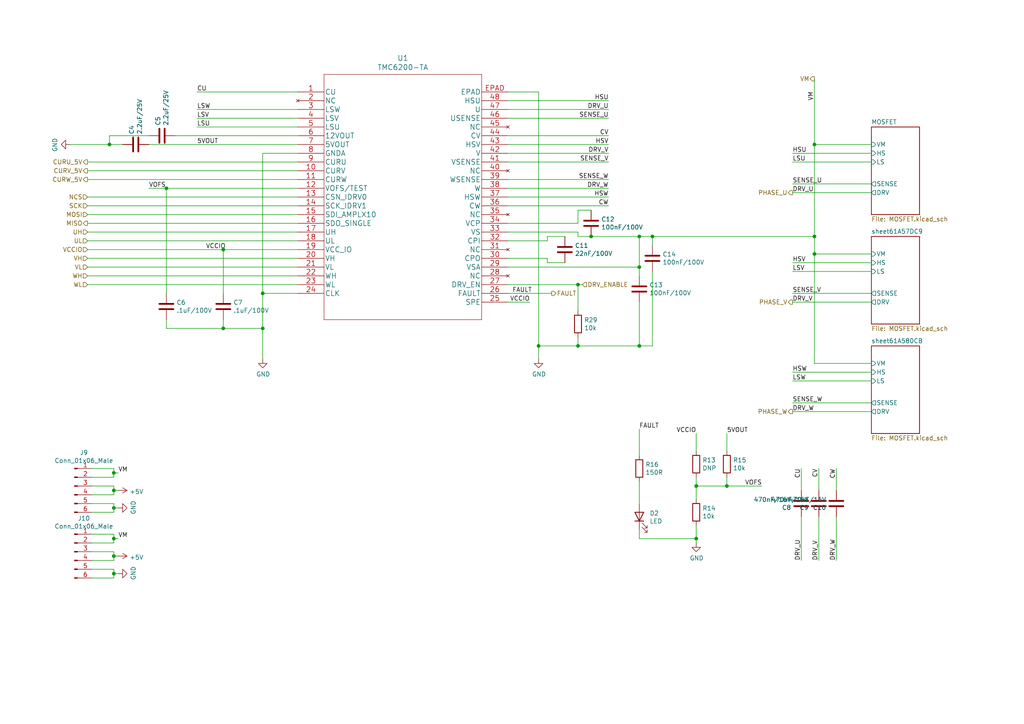
<source format=kicad_sch>
(kicad_sch (version 20211123) (generator eeschema)
  (paper "A4")
  (title_block (title "xESC BLDC Controller") (date "2021-12-01") (rev "2.0") (company "Clemens Elflein") (comment 1 "Creative Commons Attribution-NonCommercial-ShareAlike 4.0 International License.") (comment 2 "Licensed under "))
  (lib_symbols
    (symbol "2021-11-28_18-58-59:TMC6200-TA" (pin_names (offset 0.254))
      (property "Reference" "U" (at 30.48 10.16 0))
      (property "Value" "TMC6200-TA" (at 30.48 7.62 0))
      (symbol "TMC6200-TA_1_1"
        (polyline (pts (xy 7.62 -66.04) (xy 53.34 -66.04)) (stroke (width 0.127)))
        (polyline (pts (xy 7.62 5.08) (xy 7.62 -66.04)) (stroke (width 0.127)))
        (polyline (pts (xy 53.34 -66.04) (xy 53.34 5.08)) (stroke (width 0.127)))
        (polyline (pts (xy 53.34 5.08) (xy 7.62 5.08)) (stroke (width 0.127)))
        (pin unspecified line (at 0 0 0) (length 7.62) (name "CU") (number "1"))
        (pin output line (at 0 -22.86 0) (length 7.62) (name "CURV") (number "10"))
        (pin output line (at 0 -25.4 0) (length 7.62) (name "CURW") (number "11"))
        (pin input line (at 0 -27.94 0) (length 7.62) (name "VOFS/TEST") (number "12"))
        (pin input line (at 0 -30.48 0) (length 7.62) (name "CSN_IDRV0") (number "13"))
        (pin input line (at 0 -33.02 0) (length 7.62) (name "SCK_IDRV1") (number "14"))
        (pin input line (at 0 -35.56 0) (length 7.62) (name "SDI_AMPLX10") (number "15"))
        (pin bidirectional line (at 0 -38.1 0) (length 7.62) (name "SDO_SINGLE") (number "16"))
        (pin input line (at 0 -40.64 0) (length 7.62) (name "UH") (number "17"))
        (pin input line (at 0 -43.18 0) (length 7.62) (name "UL") (number "18"))
        (pin power_in line (at 0 -45.72 0) (length 7.62) (name "VCC_IO") (number "19"))
        (pin no_connect line (at 0 -2.54 0) (length 7.62) (name "NC") (number "2"))
        (pin input line (at 0 -48.26 0) (length 7.62) (name "VH") (number "20"))
        (pin input line (at 0 -50.8 0) (length 7.62) (name "VL") (number "21"))
        (pin input line (at 0 -53.34 0) (length 7.62) (name "WH") (number "22"))
        (pin input line (at 0 -55.88 0) (length 7.62) (name "WL") (number "23"))
        (pin input line (at 0 -58.42 0) (length 7.62) (name "CLK") (number "24"))
        (pin input line (at 60.96 -60.96 180) (length 7.62) (name "SPE") (number "25"))
        (pin output line (at 60.96 -58.42 180) (length 7.62) (name "FAULT") (number "26"))
        (pin input line (at 60.96 -55.88 180) (length 7.62) (name "DRV_EN") (number "27"))
        (pin no_connect line (at 60.96 -53.34 180) (length 7.62) (name "NC") (number "28"))
        (pin power_in line (at 60.96 -50.8 180) (length 7.62) (name "VSA") (number "29"))
        (pin output line (at 0 -5.08 0) (length 7.62) (name "LSW") (number "3"))
        (pin output line (at 60.96 -48.26 180) (length 7.62) (name "CPO") (number "30"))
        (pin no_connect line (at 60.96 -45.72 180) (length 7.62) (name "NC") (number "31"))
        (pin input line (at 60.96 -43.18 180) (length 7.62) (name "CPI") (number "32"))
        (pin power_in line (at 60.96 -40.64 180) (length 7.62) (name "VS") (number "33"))
        (pin unspecified line (at 60.96 -38.1 180) (length 7.62) (name "VCP") (number "34"))
        (pin no_connect line (at 60.96 -35.56 180) (length 7.62) (name "NC") (number "35"))
        (pin unspecified line (at 60.96 -33.02 180) (length 7.62) (name "CW") (number "36"))
        (pin output line (at 60.96 -30.48 180) (length 7.62) (name "HSW") (number "37"))
        (pin unspecified line (at 60.96 -27.94 180) (length 7.62) (name "W") (number "38"))
        (pin unspecified line (at 60.96 -25.4 180) (length 7.62) (name "WSENSE") (number "39"))
        (pin output line (at 0 -7.62 0) (length 7.62) (name "LSV") (number "4"))
        (pin no_connect line (at 60.96 -22.86 180) (length 7.62) (name "NC") (number "40"))
        (pin unspecified line (at 60.96 -20.32 180) (length 7.62) (name "VSENSE") (number "41"))
        (pin unspecified line (at 60.96 -17.78 180) (length 7.62) (name "V") (number "42"))
        (pin output line (at 60.96 -15.24 180) (length 7.62) (name "HSV") (number "43"))
        (pin unspecified line (at 60.96 -12.7 180) (length 7.62) (name "CV") (number "44"))
        (pin no_connect line (at 60.96 -10.16 180) (length 7.62) (name "NC") (number "45"))
        (pin unspecified line (at 60.96 -7.62 180) (length 7.62) (name "USENSE") (number "46"))
        (pin unspecified line (at 60.96 -5.08 180) (length 7.62) (name "U") (number "47"))
        (pin output line (at 60.96 -2.54 180) (length 7.62) (name "HSU") (number "48"))
        (pin output line (at 0 -10.16 0) (length 7.62) (name "LSU") (number "5"))
        (pin output line (at 0 -12.7 0) (length 7.62) (name "12VOUT") (number "6"))
        (pin output line (at 0 -15.24 0) (length 7.62) (name "5VOUT") (number "7"))
        (pin power_in line (at 0 -17.78 0) (length 7.62) (name "GNDA") (number "8"))
        (pin output line (at 0 -20.32 0) (length 7.62) (name "CURU") (number "9"))
        (pin unspecified line (at 60.96 0 180) (length 7.62) (name "EPAD") (number "EPAD"))
      )
    )
    (symbol "Connector:Conn_01x06_Male" (pin_names (offset 1.016) hide)
      (property "Reference" "J" (at 0 7.62 0))
      (property "Value" "Conn_01x06_Male" (at 0 -10.16 0))
      (symbol "Conn_01x06_Male_1_1"
        (polyline (pts (xy 1.27 -7.62) (xy 0.8636 -7.62)) (stroke (width 0.1524)))
        (polyline (pts (xy 1.27 -5.08) (xy 0.8636 -5.08)) (stroke (width 0.1524)))
        (polyline (pts (xy 1.27 -2.54) (xy 0.8636 -2.54)) (stroke (width 0.1524)))
        (polyline (pts (xy 1.27 0) (xy 0.8636 0)) (stroke (width 0.1524)))
        (polyline (pts (xy 1.27 2.54) (xy 0.8636 2.54)) (stroke (width 0.1524)))
        (polyline (pts (xy 1.27 5.08) (xy 0.8636 5.08)) (stroke (width 0.1524)))
        (rectangle (start 0.8636 -7.493) (end 0 -7.747) (stroke (width 0.1524)) (fill (type outline)))
        (rectangle (start 0.8636 -4.953) (end 0 -5.207) (stroke (width 0.1524)) (fill (type outline)))
        (rectangle (start 0.8636 -2.413) (end 0 -2.667) (stroke (width 0.1524)) (fill (type outline)))
        (rectangle (start 0.8636 0.127) (end 0 -0.127) (stroke (width 0.1524)) (fill (type outline)))
        (rectangle (start 0.8636 2.667) (end 0 2.413) (stroke (width 0.1524)) (fill (type outline)))
        (rectangle (start 0.8636 5.207) (end 0 4.953) (stroke (width 0.1524)) (fill (type outline)))
        (pin passive line (at 5.08 5.08 180) (length 3.81) (name "Pin_1") (number "1"))
        (pin passive line (at 5.08 2.54 180) (length 3.81) (name "Pin_2") (number "2"))
        (pin passive line (at 5.08 0 180) (length 3.81) (name "Pin_3") (number "3"))
        (pin passive line (at 5.08 -2.54 180) (length 3.81) (name "Pin_4") (number "4"))
        (pin passive line (at 5.08 -5.08 180) (length 3.81) (name "Pin_5") (number "5"))
        (pin passive line (at 5.08 -7.62 180) (length 3.81) (name "Pin_6") (number "6"))
      )
    )
    (symbol "Device:C" (pin_numbers hide) (pin_names (offset 0.254))
      (property "Reference" "C" (at 0.635 2.54 0))
      (property "Value" "C" (at 0.635 -2.54 0))
      (symbol "C_0_1"
        (polyline (pts (xy -2.032 -0.762) (xy 2.032 -0.762)) (stroke (width 0.508)))
        (polyline (pts (xy -2.032 0.762) (xy 2.032 0.762)) (stroke (width 0.508)))
      )
      (symbol "C_1_1"
        (pin passive line (at 0 3.81 270) (length 2.794) (name "~") (number "1"))
        (pin passive line (at 0 -3.81 90) (length 2.794) (name "~") (number "2"))
      )
    )
    (symbol "Device:LED" (pin_numbers hide) (pin_names (offset 1.016) hide)
      (property "Reference" "D" (at 0 2.54 0))
      (property "Value" "LED" (at 0 -2.54 0))
      (symbol "LED_0_1"
        (polyline (pts (xy -1.27 -1.27) (xy -1.27 1.27)) (stroke (width 0.254)))
        (polyline (pts (xy -1.27 0) (xy 1.27 0)))
        (polyline (pts (xy 1.27 -1.27) (xy 1.27 1.27) (xy -1.27 0) (xy 1.27 -1.27)) (stroke (width 0.254)))
        (polyline (pts (xy -3.048 -0.762) (xy -4.572 -2.286) (xy -3.81 -2.286) (xy -4.572 -2.286) (xy -4.572 -1.524)))
        (polyline (pts (xy -1.778 -0.762) (xy -3.302 -2.286) (xy -2.54 -2.286) (xy -3.302 -2.286) (xy -3.302 -1.524)))
      )
      (symbol "LED_1_1"
        (pin passive line (at -3.81 0 0) (length 2.54) (name "K") (number "1"))
        (pin passive line (at 3.81 0 180) (length 2.54) (name "A") (number "2"))
      )
    )
    (symbol "Device:R" (pin_numbers hide) (pin_names (offset 0))
      (property "Reference" "R" (at 2.032 0 90))
      (property "Value" "R" (at 0 0 90))
      (symbol "R_0_1"
        (rectangle (start -1.016 -2.54) (end 1.016 2.54) (stroke (width 0.254)))
      )
      (symbol "R_1_1"
        (pin passive line (at 0 3.81 270) (length 1.27) (name "~") (number "1"))
        (pin passive line (at 0 -3.81 90) (length 1.27) (name "~") (number "2"))
      )
    )
    (symbol "power:+5V" (power) (pin_names (offset 0))
      (property "Value" "+5V" (at 0 3.556 0))
      (symbol "+5V_0_1"
        (polyline (pts (xy -0.762 1.27) (xy 0 2.54)))
        (polyline (pts (xy 0 0) (xy 0 2.54)))
        (polyline (pts (xy 0 2.54) (xy 0.762 1.27)))
      )
      (symbol "+5V_1_1"
        (pin power_in line (at 0 0 90) (length 0) hide (name "+5V") (number "1"))
      )
    )
    (symbol "power:GND" (power) (pin_names (offset 0))
      (property "Value" "GND" (at 0 -3.81 0))
      (symbol "GND_0_1"
        (polyline (pts (xy 0 0) (xy 0 -1.27) (xy 1.27 -1.27) (xy 0 -2.54) (xy -1.27 -1.27) (xy 0 -1.27)))
      )
      (symbol "GND_1_1"
        (pin power_in line (at 0 0 270) (length 0) hide (name "GND") (number "1"))
      )
    )
  )
  (junction (at 33.02 142.24))
  (junction (at 189.23 68.58))
  (junction (at 64.77 72.39))
  (junction (at 33.02 137.16))
  (junction (at 167.64 100.33))
  (junction (at 185.42 100.33))
  (junction (at 48.26 54.61))
  (junction (at 33.02 156.21))
  (junction (at 210.82 140.97))
  (junction (at 201.93 156.21))
  (junction (at 236.22 68.58))
  (junction (at 33.02 147.32))
  (junction (at 171.45 68.58))
  (junction (at 236.22 73.66))
  (junction (at 185.42 77.47))
  (junction (at 33.02 166.37))
  (junction (at 167.64 82.55))
  (junction (at 76.2 85.09))
  (junction (at 201.93 140.97))
  (junction (at 185.42 68.58))
  (junction (at 76.2 95.25))
  (junction (at 156.21 100.33))
  (junction (at 31.75 41.91))
  (junction (at 33.02 161.29))
  (junction (at 236.22 41.91))
  (junction (at 64.77 95.25))
  (wire (pts (xy 33.02 143.51) (xy 26.67 143.51)))
  (wire (pts (xy 33.02 142.24) (xy 34.29 142.24)))
  (wire (pts (xy 86.36 54.61) (xy 48.26 54.61)))
  (wire (pts (xy 147.32 44.45) (xy 176.53 44.45)))
  (wire (pts (xy 33.02 154.94) (xy 26.67 154.94)))
  (wire (pts (xy 236.22 22.86) (xy 236.22 41.91)))
  (wire (pts (xy 167.64 68.58) (xy 167.64 67.31)))
  (wire (pts (xy 171.45 68.58) (xy 167.64 68.58)))
  (wire (pts (xy 189.23 71.12) (xy 189.23 68.58)))
  (wire (pts (xy 252.73 46.99) (xy 229.87 46.99)))
  (wire (pts (xy 86.36 82.55) (xy 25.4 82.55)))
  (wire (pts (xy 236.22 41.91) (xy 236.22 68.58)))
  (wire (pts (xy 33.02 156.21) (xy 34.29 156.21)))
  (wire (pts (xy 64.77 72.39) (xy 64.77 85.09)))
  (wire (pts (xy 237.49 149.86) (xy 237.49 162.56)))
  (wire (pts (xy 33.02 165.1) (xy 26.67 165.1)))
  (wire (pts (xy 252.73 85.09) (xy 229.87 85.09)))
  (wire (pts (xy 158.75 76.2) (xy 158.75 74.93)))
  (wire (pts (xy 33.02 156.21) (xy 33.02 154.94)))
  (wire (pts (xy 33.02 162.56) (xy 26.67 162.56)))
  (wire (pts (xy 86.36 80.01) (xy 25.4 80.01)))
  (wire (pts (xy 86.36 72.39) (xy 64.77 72.39)))
  (wire (pts (xy 76.2 44.45) (xy 76.2 85.09)))
  (wire (pts (xy 236.22 73.66) (xy 252.73 73.66)))
  (wire (pts (xy 33.02 137.16) (xy 34.29 137.16)))
  (wire (pts (xy 201.93 156.21) (xy 201.93 152.4)))
  (wire (pts (xy 232.41 149.86) (xy 232.41 162.56)))
  (wire (pts (xy 147.32 59.69) (xy 176.53 59.69)))
  (wire (pts (xy 158.75 69.85) (xy 158.75 68.58)))
  (wire (pts (xy 33.02 147.32) (xy 34.29 147.32)))
  (wire (pts (xy 252.73 78.74) (xy 229.87 78.74)))
  (wire (pts (xy 185.42 100.33) (xy 167.64 100.33)))
  (wire (pts (xy 86.36 59.69) (xy 25.4 59.69)))
  (wire (pts (xy 147.32 52.07) (xy 176.53 52.07)))
  (wire (pts (xy 147.32 31.75) (xy 176.53 31.75)))
  (wire (pts (xy 232.41 142.24) (xy 232.41 135.89)))
  (wire (pts (xy 33.02 146.05) (xy 26.67 146.05)))
  (wire (pts (xy 48.26 95.25) (xy 64.77 95.25)))
  (wire (pts (xy 185.42 156.21) (xy 201.93 156.21)))
  (wire (pts (xy 86.36 52.07) (xy 25.4 52.07)))
  (wire (pts (xy 185.42 153.67) (xy 185.42 156.21)))
  (wire (pts (xy 167.64 82.55) (xy 147.32 82.55)))
  (wire (pts (xy 86.36 31.75) (xy 57.15 31.75)))
  (wire (pts (xy 147.32 85.09) (xy 160.02 85.09)))
  (wire (pts (xy 33.02 148.59) (xy 33.02 147.32)))
  (wire (pts (xy 147.32 57.15) (xy 176.53 57.15)))
  (wire (pts (xy 236.22 41.91) (xy 252.73 41.91)))
  (wire (pts (xy 25.4 49.53) (xy 86.36 49.53)))
  (wire (pts (xy 64.77 95.25) (xy 76.2 95.25)))
  (wire (pts (xy 201.93 140.97) (xy 210.82 140.97)))
  (wire (pts (xy 26.67 140.97) (xy 33.02 140.97)))
  (wire (pts (xy 147.32 64.77) (xy 167.64 64.77)))
  (wire (pts (xy 252.73 119.38) (xy 229.87 119.38)))
  (wire (pts (xy 86.36 57.15) (xy 25.4 57.15)))
  (wire (pts (xy 33.02 157.48) (xy 33.02 156.21)))
  (wire (pts (xy 163.83 76.2) (xy 158.75 76.2)))
  (wire (pts (xy 185.42 77.47) (xy 185.42 80.01)))
  (wire (pts (xy 33.02 135.89) (xy 26.67 135.89)))
  (wire (pts (xy 167.64 64.77) (xy 167.64 60.96)))
  (wire (pts (xy 147.32 77.47) (xy 185.42 77.47)))
  (wire (pts (xy 33.02 161.29) (xy 34.29 161.29)))
  (wire (pts (xy 33.02 142.24) (xy 33.02 143.51)))
  (wire (pts (xy 26.67 160.02) (xy 33.02 160.02)))
  (wire (pts (xy 252.73 53.34) (xy 229.87 53.34)))
  (wire (pts (xy 26.67 148.59) (xy 33.02 148.59)))
  (wire (pts (xy 185.42 77.47) (xy 185.42 68.58)))
  (wire (pts (xy 242.57 149.86) (xy 242.57 162.56)))
  (wire (pts (xy 33.02 137.16) (xy 33.02 135.89)))
  (wire (pts (xy 189.23 100.33) (xy 185.42 100.33)))
  (wire (pts (xy 33.02 160.02) (xy 33.02 161.29)))
  (wire (pts (xy 201.93 130.81) (xy 201.93 125.73)))
  (wire (pts (xy 242.57 142.24) (xy 242.57 135.89)))
  (wire (pts (xy 168.91 82.55) (xy 167.64 82.55)))
  (wire (pts (xy 189.23 68.58) (xy 236.22 68.58)))
  (wire (pts (xy 26.67 138.43) (xy 33.02 138.43)))
  (wire (pts (xy 86.36 67.31) (xy 25.4 67.31)))
  (wire (pts (xy 86.36 39.37) (xy 50.8 39.37)))
  (wire (pts (xy 26.67 167.64) (xy 33.02 167.64)))
  (wire (pts (xy 76.2 95.25) (xy 76.2 104.14)))
  (wire (pts (xy 48.26 54.61) (xy 48.26 85.09)))
  (wire (pts (xy 86.36 69.85) (xy 25.4 69.85)))
  (wire (pts (xy 147.32 54.61) (xy 176.53 54.61)))
  (wire (pts (xy 167.64 67.31) (xy 147.32 67.31)))
  (wire (pts (xy 147.32 46.99) (xy 176.53 46.99)))
  (wire (pts (xy 185.42 132.08) (xy 185.42 124.46)))
  (wire (pts (xy 252.73 55.88) (xy 229.87 55.88)))
  (wire (pts (xy 147.32 29.21) (xy 176.53 29.21)))
  (wire (pts (xy 189.23 78.74) (xy 189.23 100.33)))
  (wire (pts (xy 33.02 147.32) (xy 33.02 146.05)))
  (wire (pts (xy 147.32 87.63) (xy 153.67 87.63)))
  (wire (pts (xy 210.82 138.43) (xy 210.82 140.97)))
  (wire (pts (xy 33.02 161.29) (xy 33.02 162.56)))
  (wire (pts (xy 86.36 34.29) (xy 57.15 34.29)))
  (wire (pts (xy 86.36 44.45) (xy 76.2 44.45)))
  (wire (pts (xy 252.73 44.45) (xy 229.87 44.45)))
  (wire (pts (xy 26.67 157.48) (xy 33.02 157.48)))
  (wire (pts (xy 236.22 73.66) (xy 236.22 105.41)))
  (wire (pts (xy 252.73 116.84) (xy 229.87 116.84)))
  (wire (pts (xy 33.02 140.97) (xy 33.02 142.24)))
  (wire (pts (xy 33.02 166.37) (xy 34.29 166.37)))
  (wire (pts (xy 201.93 144.78) (xy 201.93 140.97)))
  (wire (pts (xy 210.82 130.81) (xy 210.82 125.73)))
  (wire (pts (xy 236.22 105.41) (xy 252.73 105.41)))
  (wire (pts (xy 156.21 100.33) (xy 156.21 104.14)))
  (wire (pts (xy 25.4 72.39) (xy 64.77 72.39)))
  (wire (pts (xy 252.73 87.63) (xy 229.87 87.63)))
  (wire (pts (xy 33.02 167.64) (xy 33.02 166.37)))
  (wire (pts (xy 167.64 97.79) (xy 167.64 100.33)))
  (wire (pts (xy 31.75 41.91) (xy 20.32 41.91)))
  (wire (pts (xy 86.36 77.47) (xy 25.4 77.47)))
  (wire (pts (xy 252.73 76.2) (xy 229.87 76.2)))
  (wire (pts (xy 33.02 138.43) (xy 33.02 137.16)))
  (wire (pts (xy 86.36 62.23) (xy 25.4 62.23)))
  (wire (pts (xy 252.73 107.95) (xy 229.87 107.95)))
  (wire (pts (xy 35.56 41.91) (xy 31.75 41.91)))
  (wire (pts (xy 236.22 68.58) (xy 236.22 73.66)))
  (wire (pts (xy 147.32 41.91) (xy 176.53 41.91)))
  (wire (pts (xy 167.64 100.33) (xy 156.21 100.33)))
  (wire (pts (xy 31.75 39.37) (xy 31.75 41.91)))
  (wire (pts (xy 64.77 92.71) (xy 64.77 95.25)))
  (wire (pts (xy 185.42 87.63) (xy 185.42 100.33)))
  (wire (pts (xy 210.82 140.97) (xy 220.98 140.97)))
  (wire (pts (xy 86.36 41.91) (xy 43.18 41.91)))
  (wire (pts (xy 171.45 68.58) (xy 185.42 68.58)))
  (wire (pts (xy 147.32 34.29) (xy 176.53 34.29)))
  (wire (pts (xy 57.15 26.67) (xy 86.36 26.67)))
  (wire (pts (xy 76.2 85.09) (xy 76.2 95.25)))
  (wire (pts (xy 158.75 68.58) (xy 163.83 68.58)))
  (wire (pts (xy 43.18 39.37) (xy 31.75 39.37)))
  (wire (pts (xy 167.64 82.55) (xy 167.64 90.17)))
  (wire (pts (xy 147.32 26.67) (xy 156.21 26.67)))
  (wire (pts (xy 86.36 74.93) (xy 25.4 74.93)))
  (wire (pts (xy 201.93 157.48) (xy 201.93 156.21)))
  (wire (pts (xy 201.93 140.97) (xy 201.93 138.43)))
  (wire (pts (xy 147.32 69.85) (xy 158.75 69.85)))
  (wire (pts (xy 86.36 46.99) (xy 25.4 46.99)))
  (wire (pts (xy 156.21 26.67) (xy 156.21 100.33)))
  (wire (pts (xy 48.26 92.71) (xy 48.26 95.25)))
  (wire (pts (xy 167.64 60.96) (xy 171.45 60.96)))
  (wire (pts (xy 147.32 39.37) (xy 176.53 39.37)))
  (wire (pts (xy 252.73 110.49) (xy 229.87 110.49)))
  (wire (pts (xy 48.26 54.61) (xy 43.18 54.61)))
  (wire (pts (xy 86.36 36.83) (xy 57.15 36.83)))
  (wire (pts (xy 33.02 166.37) (xy 33.02 165.1)))
  (wire (pts (xy 185.42 146.05) (xy 185.42 139.7)))
  (wire (pts (xy 158.75 74.93) (xy 147.32 74.93)))
  (wire (pts (xy 185.42 68.58) (xy 189.23 68.58)))
  (wire (pts (xy 86.36 64.77) (xy 25.4 64.77)))
  (wire (pts (xy 86.36 85.09) (xy 76.2 85.09)))
  (wire (pts (xy 237.49 142.24) (xy 237.49 135.89)))
  (label "VCCIO" (at 153.67 87.63 180))
  (label "VOFS" (at 43.18 54.61 0))
  (label "LSU" (at 57.15 36.83 0))
  (label "DRV_V" (at 229.87 87.63 0))
  (label "VCCIO" (at 201.93 125.73 180))
  (label "HSV" (at 176.53 41.91 180))
  (label "HSW" (at 229.87 107.95 0))
  (label "HSU" (at 229.87 44.45 0))
  (label "VM" (at 34.29 137.16 0))
  (label "CU" (at 232.41 135.89 270))
  (label "DRV_V" (at 237.49 162.56 90))
  (label "CW" (at 176.53 59.69 180))
  (label "LSW" (at 57.15 31.75 0))
  (label "HSU" (at 176.53 29.21 180))
  (label "LSU" (at 229.87 46.99 0))
  (label "VM" (at 236.22 29.21 90))
  (label "LSV" (at 57.15 34.29 0))
  (label "DRV_U" (at 176.53 31.75 180))
  (label "DRV_V" (at 176.53 44.45 180))
  (label "LSV" (at 229.87 78.74 0))
  (label "SENSE_W" (at 176.53 52.07 180))
  (label "5VOUT" (at 210.82 125.73 0))
  (label "HSV" (at 229.87 76.2 0))
  (label "CV" (at 237.49 135.89 270))
  (label "LSW" (at 229.87 110.49 0))
  (label "HSW" (at 176.53 57.15 180))
  (label "VCCIO" (at 59.69 72.39 0))
  (label "CW" (at 242.57 135.89 270))
  (label "DRV_U" (at 229.87 55.88 0))
  (label "CV" (at 176.53 39.37 180))
  (label "CU" (at 57.15 26.67 0))
  (label "DRV_W" (at 176.53 54.61 180))
  (label "VM" (at 34.29 156.21 0))
  (label "SENSE_U" (at 229.87 53.34 0))
  (label "SENSE_U" (at 176.53 34.29 180))
  (label "VOFS" (at 220.98 140.97 180))
  (label "DRV_W" (at 242.57 162.56 90))
  (label "DRV_W" (at 229.87 119.38 0))
  (label "SENSE_W" (at 229.87 116.84 0))
  (label "5VOUT" (at 57.15 41.91 0))
  (label "FAULT" (at 185.42 124.46 0))
  (label "FAULT" (at 148.59 85.09 0))
  (label "SENSE_V" (at 229.87 85.09 0))
  (label "SENSE_V" (at 176.53 46.99 180))
  (label "DRV_U" (at 232.41 162.56 90))
  (hierarchical_label "MOSI" (shape input) (at 25.4 62.23 180))
  (hierarchical_label "PHASE_U" (shape output) (at 229.87 55.88 180))
  (hierarchical_label "SCK" (shape input) (at 25.4 59.69 180))
  (hierarchical_label "UL" (shape input) (at 25.4 69.85 180))
  (hierarchical_label "WL" (shape input) (at 25.4 82.55 180))
  (hierarchical_label "VM" (shape output) (at 236.22 22.86 180))
  (hierarchical_label "PHASE_V" (shape output) (at 229.87 87.63 180))
  (hierarchical_label "VCCIO" (shape input) (at 25.4 72.39 180))
  (hierarchical_label "FAULT" (shape output) (at 160.02 85.09 0))
  (hierarchical_label "DRV_ENABLE" (shape input) (at 168.91 82.55 0))
  (hierarchical_label "PHASE_W" (shape output) (at 229.87 119.38 180))
  (hierarchical_label "CURW_5V" (shape output) (at 25.4 52.07 180))
  (hierarchical_label "CURV_5V" (shape output) (at 25.4 49.53 180))
  (hierarchical_label "VL" (shape input) (at 25.4 77.47 180))
  (hierarchical_label "WH" (shape input) (at 25.4 80.01 180))
  (hierarchical_label "VH" (shape input) (at 25.4 74.93 180))
  (hierarchical_label "CURU_5V" (shape output) (at 25.4 46.99 180))
  (hierarchical_label "NCS" (shape input) (at 25.4 57.15 180))
  (hierarchical_label "UH" (shape input) (at 25.4 67.31 180))
  (hierarchical_label "MISO" (shape output) (at 25.4 64.77 180))
  (symbol (lib_id "2021-11-28_18-58-59:TMC6200-TA") (at 86.36 26.67 0) (unit 1)
    (property "Reference" "U1" (at 116.84 16.8402 0) (effects (font (size 1.524 1.524))))
    (property "Value" "TMC6200-TA" (at 116.84 19.5326 0) (effects (font (size 1.524 1.524))))
    (property "Footprint" "footprints:TMC6200-TA" (effects hide))
    (property "Part Number" "TMC6200-TA" (effects hide))
    (property "Digikey" "1460-1384-ND" (effects hide))
    (property "Stock_PN" "U-TMC6200-TA" (effects hide))
  )
  (symbol (lib_id "Device:C") (at 232.41 146.05 180) (unit 1)
    (property "Reference" "C8" (at 229.489 147.2184 0) (effects (justify left)))
    (property "Value" "470nF/16V" (at 229.489 144.907 0) (effects (justify left)))
    (property "Footprint" "Capacitor_SMD:C_0603_1608Metric" (effects hide))
    (property "Digikey" "1276-1062-1-ND" (effects hide))
    (property "Part Number" "CL10B474KO8NNNC" (effects hide))
    (property "Stock_PN" "C-603-.47uF-16V-X7R" (effects hide))
  )
  (symbol (lib_id "Device:C") (at 237.49 146.05 180) (unit 1)
    (property "Reference" "C9" (at 234.569 147.2184 0) (effects (justify left)))
    (property "Value" "470nF/16V" (at 234.569 144.907 0) (effects (justify left)))
    (property "Footprint" "Capacitor_SMD:C_0603_1608Metric" (effects hide))
    (property "Digikey" "1276-1062-1-ND" (effects hide))
    (property "Part Number" "CL10B474KO8NNNC" (effects hide))
    (property "Stock_PN" "C-603-.47uF-16V-X7R" (effects hide))
  )
  (symbol (lib_id "Device:C") (at 242.57 146.05 180) (unit 1)
    (property "Reference" "C10" (at 239.649 147.2184 0) (effects (justify left)))
    (property "Value" "470nF/16V" (at 239.649 144.907 0) (effects (justify left)))
    (property "Footprint" "Capacitor_SMD:C_0603_1608Metric" (effects hide))
    (property "Digikey" "1276-1062-1-ND" (effects hide))
    (property "Part Number" "CL10B474KO8NNNC" (effects hide))
    (property "Stock_PN" "C-603-.47uF-16V-X7R" (effects hide))
  )
  (symbol (lib_id "power:GND") (at 156.21 104.14 0) (unit 1)
    (property "Reference" "#PWR0107" (effects hide))
    (property "Value" "GND" (at 156.337 108.5342 0))
  )
  (symbol (lib_id "power:GND") (at 76.2 104.14 0) (unit 1)
    (property "Reference" "#PWR0108" (effects hide))
    (property "Value" "GND" (at 76.327 108.5342 0))
  )
  (symbol (lib_id "Device:C") (at 163.83 72.39 180) (unit 1)
    (property "Reference" "C11" (at 166.751 71.2216 0) (effects (justify right)))
    (property "Value" "22nF/100V" (at 166.751 73.533 0) (effects (justify right)))
    (property "Footprint" "Capacitor_SMD:C_0603_1608Metric" (effects hide))
    (property "Digikey" "399-C0603C223K1RAC7867CT-ND" (effects hide))
    (property "Part Number" "C0603C223K1RAC7867" (effects hide))
    (property "Stock_PN" "C-603-.022uF-100V-X7R" (effects hide))
  )
  (symbol (lib_id "Device:C") (at 64.77 88.9 0) (unit 1)
    (property "Reference" "C7" (at 67.691 87.7316 0) (effects (justify left)))
    (property "Value" ".1uF/100V" (at 67.691 90.043 0) (effects (justify left)))
    (property "Footprint" "Capacitor_SMD:C_0603_1608Metric" (effects hide))
    (property "Digikey" "490-1331-1-ND" (effects hide))
    (property "Part Number" "CL10B104KC8NNNC" (effects hide))
    (property "Stock_PN" "C-603-.1uF-100V-X7R" (effects hide))
  )
  (symbol (lib_id "Device:C") (at 171.45 64.77 0) (unit 1)
    (property "Reference" "C12" (at 174.371 63.6016 0) (effects (justify left)))
    (property "Value" "100nF/100V" (at 174.371 65.913 0) (effects (justify left)))
    (property "Footprint" "Capacitor_SMD:C_0805_2012Metric" (effects hide))
    (property "Stock_PN" "C-805-.1uF-100V-X5R" (effects hide))
    (property "Config" "use the 603 in next rev" (effects hide))
    (property "Part Number" "HMK212BJ104KG-T" (effects hide))
  )
  (symbol (lib_id "Device:C") (at 189.23 74.93 0) (unit 1)
    (property "Reference" "C14" (at 192.151 73.7616 0) (effects (justify left)))
    (property "Value" "100nF/100V" (at 192.151 76.073 0) (effects (justify left)))
    (property "Footprint" "Capacitor_SMD:C_0805_2012Metric" (effects hide))
    (property "Stock_PN" "C-805-.1uF-100V-X5R" (effects hide))
    (property "Config" "use the 603 in next rev" (effects hide))
    (property "Part Number" "HMK212BJ104KG-T" (effects hide))
  )
  (symbol (lib_id "Device:C") (at 48.26 88.9 0) (unit 1)
    (property "Reference" "C6" (at 51.181 87.7316 0) (effects (justify left)))
    (property "Value" ".1uF/100V" (at 51.181 90.043 0) (effects (justify left)))
    (property "Footprint" "Capacitor_SMD:C_0603_1608Metric" (effects hide))
    (property "Digikey" "490-1331-1-ND" (effects hide))
    (property "Part Number" "CL10B104KC8NNNC" (effects hide))
    (property "Stock_PN" "C-603-.1uF-100V-X7R" (effects hide))
  )
  (symbol (lib_id "Device:R") (at 201.93 134.62 0) (unit 1)
    (property "Reference" "R13" (at 203.708 133.4516 0) (effects (justify left)))
    (property "Value" "DNP" (at 203.708 135.763 0) (effects (justify left)))
    (property "Footprint" "Resistor_SMD:R_0603_1608Metric" (effects hide))
    (property "Config" "do not place" (effects hide))
  )
  (symbol (lib_id "Device:R") (at 201.93 148.59 0) (unit 1)
    (property "Reference" "R14" (at 203.708 147.4216 0) (effects (justify left)))
    (property "Value" "10k" (at 203.708 149.733 0) (effects (justify left)))
    (property "Footprint" "Resistor_SMD:R_0603_1608Metric" (effects hide))
    (property "Digikey" "311-10.0KHRCT-ND" (effects hide))
    (property "Part Number" "RC0603FR-0710KL" (effects hide))
    (property "Stock_PN" "R-603-10K-.1W-1%" (effects hide))
  )
  (symbol (lib_id "power:GND") (at 201.93 157.48 0) (unit 1)
    (property "Reference" "#PWR0109" (effects hide))
    (property "Value" "GND" (at 202.057 161.8742 0))
  )
  (symbol (lib_id "Device:C") (at 39.37 41.91 90) (unit 1)
    (property "Reference" "C4" (at 38.2016 38.989 0) (effects (justify left)))
    (property "Value" "2.2uF/25V" (at 40.513 38.989 0) (effects (justify left)))
    (property "Footprint" "Capacitor_SMD:C_0805_2012Metric" (effects hide))
    (property "Digikey" "490-14467-1-ND" (effects hide))
    (property "Part Number" "GRM21BR71E225KE11L" (effects hide))
    (property "Stock_PN" "C-805-2.2uF-25V-" (effects hide))
  )
  (symbol (lib_id "Device:C") (at 46.99 39.37 90) (unit 1)
    (property "Reference" "C5" (at 45.8216 36.449 0) (effects (justify left)))
    (property "Value" "2.2uF/25V" (at 48.133 36.449 0) (effects (justify left)))
    (property "Footprint" "Capacitor_SMD:C_0805_2012Metric" (effects hide))
    (property "Digikey" "490-14467-1-ND" (effects hide))
    (property "Part Number" "GRM21BR71E225KE11L" (effects hide))
    (property "Stock_PN" "C-805-2.2uF-25V-" (effects hide))
  )
  (symbol (lib_id "power:GND") (at 20.32 41.91 270) (unit 1)
    (property "Reference" "#PWR0110" (effects hide))
    (property "Value" "GND" (at 15.9258 42.037 0))
  )
  (symbol (lib_id "Device:C") (at 185.42 83.82 0) (unit 1)
    (property "Reference" "C13" (at 188.341 82.6516 0) (effects (justify left)))
    (property "Value" "100nF/100V" (at 188.341 84.963 0) (effects (justify left)))
    (property "Footprint" "Capacitor_SMD:C_0805_2012Metric" (effects hide))
    (property "Stock_PN" "C-805-.1uF-100V-X5R" (effects hide))
    (property "Config" "use the 603 in next rev" (effects hide))
    (property "Part Number" "HMK212BJ104KG-T" (effects hide))
  )
  (symbol (lib_id "Device:R") (at 210.82 134.62 0) (unit 1)
    (property "Reference" "R15" (at 212.598 133.4516 0) (effects (justify left)))
    (property "Value" "10k" (at 212.598 135.763 0) (effects (justify left)))
    (property "Footprint" "Resistor_SMD:R_0603_1608Metric" (effects hide))
    (property "Digikey" "311-10.0KHRCT-ND" (effects hide))
    (property "Part Number" "RC0603FR-0710KL" (effects hide))
    (property "Stock_PN" "R-603-10K-.1W-1%" (effects hide))
  )
  (symbol (lib_id "Device:R") (at 167.64 93.98 0) (unit 1)
    (property "Reference" "R29" (at 169.418 92.8116 0) (effects (justify left)))
    (property "Value" "10k" (at 169.418 95.123 0) (effects (justify left)))
    (property "Footprint" "Resistor_SMD:R_0603_1608Metric" (effects hide))
    (property "Digikey" "311-10.0KHRCT-ND" (effects hide))
    (property "Part Number" "RC0603FR-0710KL" (effects hide))
    (property "Stock_PN" "R-603-10K-.1W-1%" (effects hide))
  )
  (symbol (lib_id "Device:R") (at 185.42 135.89 0) (unit 1)
    (property "Reference" "R16" (at 187.198 134.7216 0) (effects (justify left)))
    (property "Value" "150R" (at 187.198 137.033 0) (effects (justify left)))
    (property "Footprint" "Resistor_SMD:R_0603_1608Metric" (effects hide))
    (property "Digikey" "311-150HRCT-ND" (effects hide))
    (property "Part Number" "RC0603FR-07150RL" (effects hide))
    (property "Stock_PN" "R-603-150-.1W-1%" (effects hide))
  )
  (symbol (lib_id "Device:LED") (at 185.42 149.86 90) (unit 1)
    (property "Reference" "D2" (at 188.4172 148.8694 90) (effects (justify right)))
    (property "Value" "LED" (at 188.4172 151.1808 90) (effects (justify right)))
    (property "Footprint" "LED_SMD:LED_0603_1608Metric" (effects hide))
    (property "Digikey" "160-1447-1-ND" (effects hide))
    (property "Part Number" "LTST-C191KRKT" (effects hide))
    (property "Stock_PN" "LED-603-RED" (effects hide))
  )
  (symbol (lib_id "power:GND") (at 34.29 147.32 90) (unit 1)
    (property "Reference" "#PWR0120" (effects hide))
    (property "Value" "GND" (at 38.6842 147.193 0))
  )
  (symbol (lib_id "Connector:Conn_01x06_Male") (at 21.59 140.97 0) (unit 1)
    (property "Reference" "J9" (at 24.3332 131.2926 0))
    (property "Value" "Conn_01x06_Male" (at 24.3332 133.604 0))
    (property "Footprint" "Connector_PinHeader_2.54mm:PinHeader_1x06_P2.54mm_Vertical" (effects hide))
    (property "LCSC" "C2935912" (effects hide))
    (property "Part Number" "DZ254R-11-06-63" (effects hide))
    (property "Stock_PN" "J-TH-1x6-.1" (effects hide))
  )
  (symbol (lib_id "power:+5V") (at 34.29 142.24 270) (unit 1)
    (property "Reference" "#PWR0113" (effects hide))
    (property "Value" "+5V" (at 37.5412 142.621 90) (effects (justify left)))
  )
  (symbol (lib_id "power:GND") (at 34.29 166.37 90) (unit 1)
    (property "Reference" "#PWR0115" (effects hide))
    (property "Value" "GND" (at 38.6842 166.243 0))
  )
  (symbol (lib_id "Connector:Conn_01x06_Male") (at 21.59 160.02 0) (unit 1)
    (property "Reference" "J10" (at 24.3332 150.3426 0))
    (property "Value" "Conn_01x06_Male" (at 24.3332 152.654 0))
    (property "Footprint" "Connector_PinHeader_2.54mm:PinHeader_1x06_P2.54mm_Vertical" (effects hide))
    (property "LCSC" "C2935912" (effects hide))
    (property "Part Number" "DZ254R-11-06-63" (effects hide))
    (property "Stock_PN" "J-TH-1x6-.1" (effects hide))
  )
  (symbol (lib_id "power:+5V") (at 34.29 161.29 270) (unit 1)
    (property "Reference" "#PWR0119" (effects hide))
    (property "Value" "+5V" (at 37.5412 161.671 90) (effects (justify left)))
  )
  (sheet (at 252.73 36.83) (size 13.97 25.4)
    (property "Sheet name" "MOSFET" (at 252.73 36.1184 0) (effects (justify left bottom)))
    (property "Sheet file" "MOSFET.kicad_sch" (at 252.73 62.8146 0) (effects (justify left top)))
    (pin "VM" input (at 252.73 41.91 180))
    (pin "HS" input (at 252.73 44.45 180))
    (pin "LS" input (at 252.73 46.99 180))
    (pin "SENSE" output (at 252.73 53.34 180))
    (pin "DRV" output (at 252.73 55.88 180))
  )
  (sheet (at 252.73 68.58) (size 13.97 25.4)
    (property "Sheet name" "sheet61A57DC9" (at 252.73 67.8684 0) (effects (justify left bottom)))
    (property "Sheet file" "MOSFET.kicad_sch" (at 252.73 94.5646 0) (effects (justify left top)))
    (pin "VM" input (at 252.73 73.66 180))
    (pin "HS" input (at 252.73 76.2 180))
    (pin "LS" input (at 252.73 78.74 180))
    (pin "SENSE" output (at 252.73 85.09 180))
    (pin "DRV" output (at 252.73 87.63 180))
  )
  (sheet (at 252.73 100.33) (size 13.97 25.4)
    (property "Sheet name" "sheet61A580CB" (at 252.73 99.6184 0) (effects (justify left bottom)))
    (property "Sheet file" "MOSFET.kicad_sch" (at 252.73 126.3146 0) (effects (justify left top)))
    (pin "VM" input (at 252.73 105.41 180))
    (pin "HS" input (at 252.73 107.95 180))
    (pin "LS" input (at 252.73 110.49 180))
    (pin "SENSE" output (at 252.73 116.84 180))
    (pin "DRV" output (at 252.73 119.38 180))
  )
)
</source>
